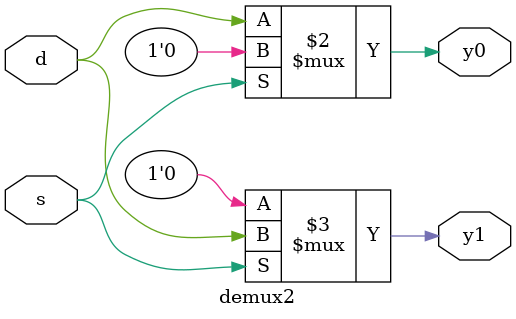
<source format=v>
module demux2(input wire s,input wire d,output wire y0,output wire y1);
assign y0=~s?d:1'b0;
assign y1=s?d:1'b0;
endmodule

</source>
